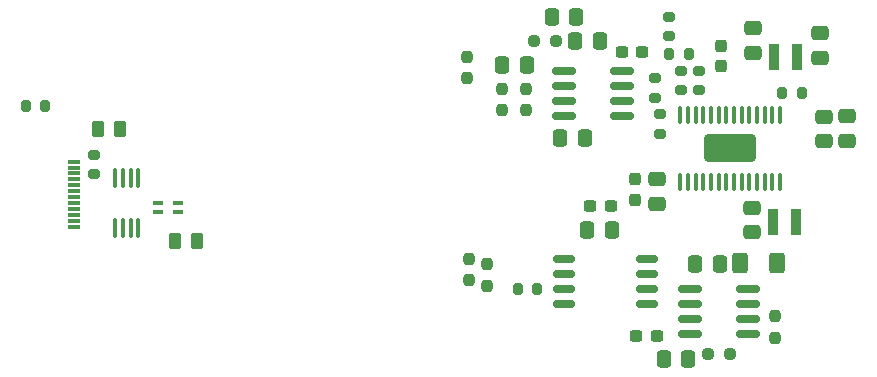
<source format=gbr>
%TF.GenerationSoftware,KiCad,Pcbnew,7.0.6-7.0.6~ubuntu22.04.1*%
%TF.CreationDate,2023-09-01T17:27:27+01:00*%
%TF.ProjectId,tec-controller,7465632d-636f-46e7-9472-6f6c6c65722e,rev?*%
%TF.SameCoordinates,Original*%
%TF.FileFunction,Paste,Top*%
%TF.FilePolarity,Positive*%
%FSLAX46Y46*%
G04 Gerber Fmt 4.6, Leading zero omitted, Abs format (unit mm)*
G04 Created by KiCad (PCBNEW 7.0.6-7.0.6~ubuntu22.04.1) date 2023-09-01 17:27:27*
%MOMM*%
%LPD*%
G01*
G04 APERTURE LIST*
G04 Aperture macros list*
%AMRoundRect*
0 Rectangle with rounded corners*
0 $1 Rounding radius*
0 $2 $3 $4 $5 $6 $7 $8 $9 X,Y pos of 4 corners*
0 Add a 4 corners polygon primitive as box body*
4,1,4,$2,$3,$4,$5,$6,$7,$8,$9,$2,$3,0*
0 Add four circle primitives for the rounded corners*
1,1,$1+$1,$2,$3*
1,1,$1+$1,$4,$5*
1,1,$1+$1,$6,$7*
1,1,$1+$1,$8,$9*
0 Add four rect primitives between the rounded corners*
20,1,$1+$1,$2,$3,$4,$5,0*
20,1,$1+$1,$4,$5,$6,$7,0*
20,1,$1+$1,$6,$7,$8,$9,0*
20,1,$1+$1,$8,$9,$2,$3,0*%
G04 Aperture macros list end*
%ADD10RoundRect,0.200000X0.200000X0.275000X-0.200000X0.275000X-0.200000X-0.275000X0.200000X-0.275000X0*%
%ADD11RoundRect,0.250000X0.337500X0.475000X-0.337500X0.475000X-0.337500X-0.475000X0.337500X-0.475000X0*%
%ADD12RoundRect,0.100000X-0.100000X0.712500X-0.100000X-0.712500X0.100000X-0.712500X0.100000X0.712500X0*%
%ADD13RoundRect,0.237500X-0.300000X-0.237500X0.300000X-0.237500X0.300000X0.237500X-0.300000X0.237500X0*%
%ADD14RoundRect,0.200000X-0.275000X0.200000X-0.275000X-0.200000X0.275000X-0.200000X0.275000X0.200000X0*%
%ADD15RoundRect,0.250000X-0.475000X0.337500X-0.475000X-0.337500X0.475000X-0.337500X0.475000X0.337500X0*%
%ADD16RoundRect,0.237500X-0.250000X-0.237500X0.250000X-0.237500X0.250000X0.237500X-0.250000X0.237500X0*%
%ADD17RoundRect,0.250000X-0.337500X-0.475000X0.337500X-0.475000X0.337500X0.475000X-0.337500X0.475000X0*%
%ADD18RoundRect,0.250000X0.475000X-0.337500X0.475000X0.337500X-0.475000X0.337500X-0.475000X-0.337500X0*%
%ADD19RoundRect,0.200000X0.275000X-0.200000X0.275000X0.200000X-0.275000X0.200000X-0.275000X-0.200000X0*%
%ADD20R,1.100000X0.300000*%
%ADD21RoundRect,0.237500X0.237500X-0.250000X0.237500X0.250000X-0.237500X0.250000X-0.237500X-0.250000X0*%
%ADD22RoundRect,0.250000X-0.400000X-0.625000X0.400000X-0.625000X0.400000X0.625000X-0.400000X0.625000X0*%
%ADD23RoundRect,0.200000X-0.200000X-0.275000X0.200000X-0.275000X0.200000X0.275000X-0.200000X0.275000X0*%
%ADD24R,0.850000X2.300000*%
%ADD25RoundRect,0.237500X-0.237500X0.250000X-0.237500X-0.250000X0.237500X-0.250000X0.237500X0.250000X0*%
%ADD26RoundRect,0.150000X-0.825000X-0.150000X0.825000X-0.150000X0.825000X0.150000X-0.825000X0.150000X0*%
%ADD27RoundRect,0.237500X-0.237500X0.300000X-0.237500X-0.300000X0.237500X-0.300000X0.237500X0.300000X0*%
%ADD28RoundRect,0.250000X-0.262500X-0.450000X0.262500X-0.450000X0.262500X0.450000X-0.262500X0.450000X0*%
%ADD29RoundRect,0.150000X0.825000X0.150000X-0.825000X0.150000X-0.825000X-0.150000X0.825000X-0.150000X0*%
%ADD30RoundRect,0.250001X1.924999X-0.899999X1.924999X0.899999X-1.924999X0.899999X-1.924999X-0.899999X0*%
%ADD31RoundRect,0.100000X0.100000X-0.637500X0.100000X0.637500X-0.100000X0.637500X-0.100000X-0.637500X0*%
%ADD32R,0.900000X0.400000*%
%ADD33RoundRect,0.250000X0.262500X0.450000X-0.262500X0.450000X-0.262500X-0.450000X0.262500X-0.450000X0*%
%ADD34RoundRect,0.237500X0.237500X-0.300000X0.237500X0.300000X-0.237500X0.300000X-0.237500X-0.300000X0*%
%ADD35RoundRect,0.237500X0.300000X0.237500X-0.300000X0.237500X-0.300000X-0.237500X0.300000X-0.237500X0*%
%ADD36RoundRect,0.150000X-0.800000X-0.150000X0.800000X-0.150000X0.800000X0.150000X-0.800000X0.150000X0*%
G04 APERTURE END LIST*
D10*
%TO.C,R105*%
X158225000Y-107500000D03*
X156575000Y-107500000D03*
%TD*%
D11*
%TO.C,C105*%
X173675000Y-105400000D03*
X171600000Y-105400000D03*
%TD*%
D12*
%TO.C,U101*%
X124475000Y-98137500D03*
X123825000Y-98137500D03*
X123175000Y-98137500D03*
X122525000Y-98137500D03*
X122525000Y-102362500D03*
X123175000Y-102362500D03*
X123825000Y-102362500D03*
X124475000Y-102362500D03*
%TD*%
D13*
%TO.C,C115*%
X162737500Y-100500000D03*
X164462500Y-100500000D03*
%TD*%
D14*
%TO.C,R110*%
X168600000Y-92750000D03*
X168600000Y-94400000D03*
%TD*%
D15*
%TO.C,C104*%
X182500000Y-92962500D03*
X182500000Y-95037500D03*
%TD*%
D16*
%TO.C,R111*%
X172710000Y-113035000D03*
X174535000Y-113035000D03*
%TD*%
D17*
%TO.C,C108*%
X161462500Y-86500000D03*
X163537500Y-86500000D03*
%TD*%
%TO.C,C110*%
X168962500Y-113500000D03*
X171037500Y-113500000D03*
%TD*%
D18*
%TO.C,C107*%
X176400000Y-102737500D03*
X176400000Y-100662500D03*
%TD*%
D19*
%TO.C,R119*%
X169425000Y-86135000D03*
X169425000Y-84485000D03*
%TD*%
D17*
%TO.C,C109*%
X159462500Y-84500000D03*
X161537500Y-84500000D03*
%TD*%
D20*
%TO.C,J202*%
X119020000Y-96750000D03*
X119020000Y-97250000D03*
X119020000Y-97750000D03*
X119020000Y-98250000D03*
X119020000Y-98750000D03*
X119020000Y-99250000D03*
X119020000Y-99750000D03*
X119020000Y-100250000D03*
X119020000Y-100750000D03*
X119020000Y-101250000D03*
X119020000Y-101750000D03*
X119020000Y-102250000D03*
%TD*%
D21*
%TO.C,R113*%
X157300000Y-92412500D03*
X157300000Y-90587500D03*
%TD*%
D22*
%TO.C,R106*%
X175450000Y-105300000D03*
X178550000Y-105300000D03*
%TD*%
D23*
%TO.C,R118*%
X169400000Y-87600000D03*
X171050000Y-87600000D03*
%TD*%
D15*
%TO.C,C106*%
X176500000Y-85462500D03*
X176500000Y-87537500D03*
%TD*%
D24*
%TO.C,L104*%
X178325000Y-87900000D03*
X180275000Y-87900000D03*
%TD*%
D25*
%TO.C,R104*%
X152300000Y-87887500D03*
X152300000Y-89712500D03*
%TD*%
D23*
%TO.C,R103*%
X178975000Y-90900000D03*
X180625000Y-90900000D03*
%TD*%
D19*
%TO.C,R109*%
X171900000Y-90725000D03*
X171900000Y-89075000D03*
%TD*%
D26*
%TO.C,U103*%
X160500000Y-89095000D03*
X160500000Y-90365000D03*
X160500000Y-91635000D03*
X160500000Y-92905000D03*
X165450000Y-92905000D03*
X165450000Y-91635000D03*
X165450000Y-90365000D03*
X165450000Y-89095000D03*
%TD*%
D19*
%TO.C,R101*%
X120750000Y-97825000D03*
X120750000Y-96175000D03*
%TD*%
D27*
%TO.C,C118*%
X173800000Y-86937500D03*
X173800000Y-88662500D03*
%TD*%
D17*
%TO.C,C114*%
X162462500Y-102500000D03*
X164537500Y-102500000D03*
%TD*%
D18*
%TO.C,C116*%
X168400000Y-100300000D03*
X168400000Y-98225000D03*
%TD*%
D28*
%TO.C,L102*%
X121087500Y-94000000D03*
X122912500Y-94000000D03*
%TD*%
D16*
%TO.C,R115*%
X158000000Y-86500000D03*
X159825000Y-86500000D03*
%TD*%
D29*
%TO.C,U106*%
X176110000Y-111340000D03*
X176110000Y-110070000D03*
X176110000Y-108800000D03*
X176110000Y-107530000D03*
X171160000Y-107530000D03*
X171160000Y-108800000D03*
X171160000Y-110070000D03*
X171160000Y-111340000D03*
%TD*%
D19*
%TO.C,R108*%
X168200000Y-91325000D03*
X168200000Y-89675000D03*
%TD*%
D18*
%TO.C,C101*%
X184500000Y-95000000D03*
X184500000Y-92925000D03*
%TD*%
D30*
%TO.C,U1*%
X174575000Y-95637500D03*
D31*
X170350000Y-98500000D03*
X171000000Y-98500000D03*
X171650000Y-98500000D03*
X172300000Y-98500000D03*
X172950000Y-98500000D03*
X173600000Y-98500000D03*
X174250000Y-98500000D03*
X174900000Y-98500000D03*
X175550000Y-98500000D03*
X176200000Y-98500000D03*
X176850000Y-98500000D03*
X177500000Y-98500000D03*
X178150000Y-98500000D03*
X178800000Y-98500000D03*
X178800000Y-92775000D03*
X178150000Y-92775000D03*
X177500000Y-92775000D03*
X176850000Y-92775000D03*
X176200000Y-92775000D03*
X175550000Y-92775000D03*
X174900000Y-92775000D03*
X174250000Y-92775000D03*
X173600000Y-92775000D03*
X172950000Y-92775000D03*
X172300000Y-92775000D03*
X171650000Y-92775000D03*
X171000000Y-92775000D03*
X170350000Y-92775000D03*
%TD*%
D17*
%TO.C,C111*%
X160212500Y-94750000D03*
X162287500Y-94750000D03*
%TD*%
D32*
%TO.C,FL101*%
X127850000Y-101050000D03*
X127850000Y-100250000D03*
X126150000Y-100250000D03*
X126150000Y-101050000D03*
%TD*%
D25*
%TO.C,R117*%
X154000000Y-105425000D03*
X154000000Y-107250000D03*
%TD*%
D19*
%TO.C,R107*%
X170400000Y-90725000D03*
X170400000Y-89075000D03*
%TD*%
D21*
%TO.C,R114*%
X155300000Y-92412500D03*
X155300000Y-90587500D03*
%TD*%
D24*
%TO.C,L103*%
X178225000Y-101900000D03*
X180175000Y-101900000D03*
%TD*%
D33*
%TO.C,L101*%
X129412500Y-103500000D03*
X127587500Y-103500000D03*
%TD*%
D25*
%TO.C,R116*%
X152480000Y-104987500D03*
X152480000Y-106812500D03*
%TD*%
D13*
%TO.C,C112*%
X166637500Y-111500000D03*
X168362500Y-111500000D03*
%TD*%
D34*
%TO.C,C117*%
X166500000Y-99962500D03*
X166500000Y-98237500D03*
%TD*%
D17*
%TO.C,C103*%
X155262500Y-88600000D03*
X157337500Y-88600000D03*
%TD*%
D18*
%TO.C,C102*%
X182200000Y-87937500D03*
X182200000Y-85862500D03*
%TD*%
D23*
%TO.C,R102*%
X114925000Y-92000000D03*
X116575000Y-92000000D03*
%TD*%
D35*
%TO.C,C113*%
X167112500Y-87500000D03*
X165387500Y-87500000D03*
%TD*%
D36*
%TO.C,U102*%
X160500000Y-104960000D03*
X160500000Y-106230000D03*
X160500000Y-107500000D03*
X160500000Y-108770000D03*
X167500000Y-108770000D03*
X167500000Y-107500000D03*
X167500000Y-106230000D03*
X167500000Y-104960000D03*
%TD*%
D25*
%TO.C,R112*%
X178335000Y-109822500D03*
X178335000Y-111647500D03*
%TD*%
M02*

</source>
